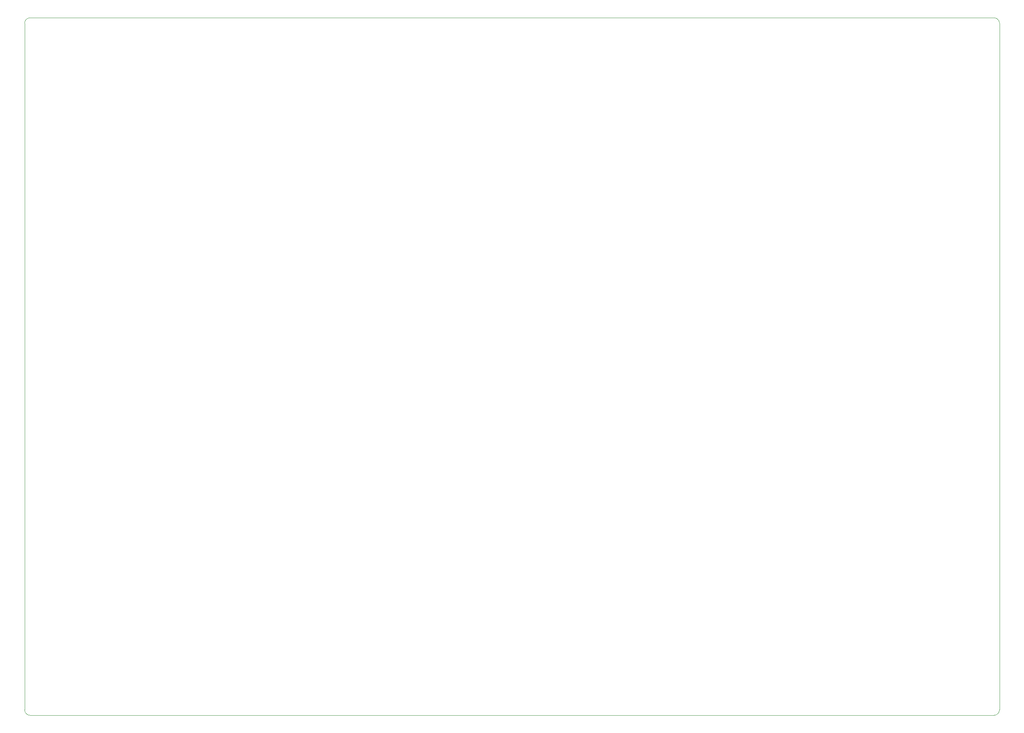
<source format=gbr>
%TF.GenerationSoftware,KiCad,Pcbnew,9.0.6*%
%TF.CreationDate,2025-11-23T22:39:12-08:00*%
%TF.ProjectId,SD-ZMB,53442d5a-4d42-42e6-9b69-6361645f7063,PR8.2*%
%TF.SameCoordinates,Original*%
%TF.FileFunction,Profile,NP*%
%FSLAX46Y46*%
G04 Gerber Fmt 4.6, Leading zero omitted, Abs format (unit mm)*
G04 Created by KiCad (PCBNEW 9.0.6) date 2025-11-23 22:39:12*
%MOMM*%
%LPD*%
G01*
G04 APERTURE LIST*
%TA.AperFunction,Profile*%
%ADD10C,0.100000*%
%TD*%
G04 APERTURE END LIST*
D10*
X314960000Y-95250000D02*
X314960000Y-252730000D01*
X313690000Y-254000000D02*
X92710000Y-254000000D01*
X91440000Y-252730000D02*
X91440000Y-95250000D01*
X92710000Y-93980000D02*
X313690000Y-93980000D01*
X314960000Y-252730000D02*
G75*
G02*
X313690000Y-254000000I-1270000J0D01*
G01*
X91440000Y-95250000D02*
G75*
G02*
X92710000Y-93980000I1270000J0D01*
G01*
X313690000Y-93980000D02*
G75*
G02*
X314960000Y-95250000I0J-1270000D01*
G01*
X92710000Y-254000000D02*
G75*
G02*
X91440000Y-252730000I0J1270000D01*
G01*
M02*

</source>
